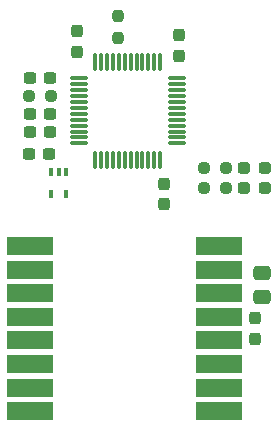
<source format=gtp>
G04 #@! TF.GenerationSoftware,KiCad,Pcbnew,9.0.3-9.0.3-0~ubuntu24.04.1*
G04 #@! TF.CreationDate,2025-08-01T09:32:50+02:00*
G04 #@! TF.ProjectId,PicoBalloon,5069636f-4261-46c6-9c6f-6f6e2e6b6963,rev?*
G04 #@! TF.SameCoordinates,Original*
G04 #@! TF.FileFunction,Paste,Top*
G04 #@! TF.FilePolarity,Positive*
%FSLAX46Y46*%
G04 Gerber Fmt 4.6, Leading zero omitted, Abs format (unit mm)*
G04 Created by KiCad (PCBNEW 9.0.3-9.0.3-0~ubuntu24.04.1) date 2025-08-01 09:32:50*
%MOMM*%
%LPD*%
G01*
G04 APERTURE LIST*
G04 Aperture macros list*
%AMRoundRect*
0 Rectangle with rounded corners*
0 $1 Rounding radius*
0 $2 $3 $4 $5 $6 $7 $8 $9 X,Y pos of 4 corners*
0 Add a 4 corners polygon primitive as box body*
4,1,4,$2,$3,$4,$5,$6,$7,$8,$9,$2,$3,0*
0 Add four circle primitives for the rounded corners*
1,1,$1+$1,$2,$3*
1,1,$1+$1,$4,$5*
1,1,$1+$1,$6,$7*
1,1,$1+$1,$8,$9*
0 Add four rect primitives between the rounded corners*
20,1,$1+$1,$2,$3,$4,$5,0*
20,1,$1+$1,$4,$5,$6,$7,0*
20,1,$1+$1,$6,$7,$8,$9,0*
20,1,$1+$1,$8,$9,$2,$3,0*%
G04 Aperture macros list end*
%ADD10RoundRect,0.237500X-0.300000X-0.237500X0.300000X-0.237500X0.300000X0.237500X-0.300000X0.237500X0*%
%ADD11RoundRect,0.237500X0.237500X-0.300000X0.237500X0.300000X-0.237500X0.300000X-0.237500X-0.300000X0*%
%ADD12RoundRect,0.075000X-0.662500X-0.075000X0.662500X-0.075000X0.662500X0.075000X-0.662500X0.075000X0*%
%ADD13RoundRect,0.075000X-0.075000X-0.662500X0.075000X-0.662500X0.075000X0.662500X-0.075000X0.662500X0*%
%ADD14RoundRect,0.237500X-0.287500X-0.237500X0.287500X-0.237500X0.287500X0.237500X-0.287500X0.237500X0*%
%ADD15RoundRect,0.237500X-0.237500X0.300000X-0.237500X-0.300000X0.237500X-0.300000X0.237500X0.300000X0*%
%ADD16RoundRect,0.237500X-0.250000X-0.237500X0.250000X-0.237500X0.250000X0.237500X-0.250000X0.237500X0*%
%ADD17RoundRect,0.250000X0.475000X-0.337500X0.475000X0.337500X-0.475000X0.337500X-0.475000X-0.337500X0*%
%ADD18RoundRect,0.237500X0.250000X0.237500X-0.250000X0.237500X-0.250000X-0.237500X0.250000X-0.237500X0*%
%ADD19RoundRect,0.237500X0.237500X-0.250000X0.237500X0.250000X-0.237500X0.250000X-0.237500X-0.250000X0*%
%ADD20R,4.000000X1.600000*%
%ADD21RoundRect,0.100000X-0.100000X0.225000X-0.100000X-0.225000X0.100000X-0.225000X0.100000X0.225000X0*%
G04 APERTURE END LIST*
D10*
G04 #@! TO.C,C7*
X141988500Y-99572500D03*
X143713500Y-99572500D03*
G04 #@! TD*
D11*
G04 #@! TO.C,C3*
X161014000Y-118621000D03*
X161014000Y-116896000D03*
G04 #@! TD*
G04 #@! TO.C,C8*
X153300000Y-107262500D03*
X153300000Y-105537500D03*
G04 #@! TD*
D12*
G04 #@! TO.C,U4*
X146087500Y-96587500D03*
X146087500Y-97087500D03*
X146087500Y-97587500D03*
X146087500Y-98087500D03*
X146087500Y-98587500D03*
X146087500Y-99087500D03*
X146087500Y-99587500D03*
X146087500Y-100087500D03*
X146087500Y-100587500D03*
X146087500Y-101087500D03*
X146087500Y-101587500D03*
X146087500Y-102087500D03*
D13*
X147500000Y-103500000D03*
X148000000Y-103500000D03*
X148500000Y-103500000D03*
X149000000Y-103500000D03*
X149500000Y-103500000D03*
X150000000Y-103500000D03*
X150500000Y-103500000D03*
X151000000Y-103500000D03*
X151500000Y-103500000D03*
X152000000Y-103500000D03*
X152500000Y-103500000D03*
X153000000Y-103500000D03*
D12*
X154412500Y-102087500D03*
X154412500Y-101587500D03*
X154412500Y-101087500D03*
X154412500Y-100587500D03*
X154412500Y-100087500D03*
X154412500Y-99587500D03*
X154412500Y-99087500D03*
X154412500Y-98587500D03*
X154412500Y-98087500D03*
X154412500Y-97587500D03*
X154412500Y-97087500D03*
X154412500Y-96587500D03*
D13*
X153000000Y-95175000D03*
X152500000Y-95175000D03*
X152000000Y-95175000D03*
X151500000Y-95175000D03*
X151000000Y-95175000D03*
X150500000Y-95175000D03*
X150000000Y-95175000D03*
X149500000Y-95175000D03*
X149000000Y-95175000D03*
X148500000Y-95175000D03*
X148000000Y-95175000D03*
X147500000Y-95175000D03*
G04 #@! TD*
D14*
G04 #@! TO.C,D1*
X160118950Y-105851736D03*
X161868950Y-105851736D03*
G04 #@! TD*
D10*
G04 #@! TO.C,C12*
X141962000Y-96524500D03*
X143687000Y-96524500D03*
G04 #@! TD*
G04 #@! TO.C,C6*
X141902379Y-103031655D03*
X143627379Y-103031655D03*
G04 #@! TD*
D15*
G04 #@! TO.C,C9*
X145999500Y-92614000D03*
X145999500Y-94339000D03*
G04 #@! TD*
D16*
G04 #@! TO.C,R6*
X141912000Y-98048500D03*
X143737000Y-98048500D03*
G04 #@! TD*
D14*
G04 #@! TO.C,D2*
X160132950Y-104200736D03*
X161882950Y-104200736D03*
G04 #@! TD*
D15*
G04 #@! TO.C,C11*
X154600000Y-92937500D03*
X154600000Y-94662500D03*
G04 #@! TD*
D17*
G04 #@! TO.C,C4*
X161600000Y-115137500D03*
X161600000Y-113062500D03*
G04 #@! TD*
D18*
G04 #@! TO.C,R4*
X158563450Y-104200736D03*
X156738450Y-104200736D03*
G04 #@! TD*
D19*
G04 #@! TO.C,R5*
X149428500Y-93142500D03*
X149428500Y-91317500D03*
G04 #@! TD*
D18*
G04 #@! TO.C,R3*
X158563450Y-105851736D03*
X156738450Y-105851736D03*
G04 #@! TD*
D10*
G04 #@! TO.C,C10*
X141988500Y-101096500D03*
X143713500Y-101096500D03*
G04 #@! TD*
D20*
G04 #@! TO.C,MOD1*
X142000000Y-110774000D03*
X142000000Y-112774000D03*
X142000000Y-114774000D03*
X142000000Y-116774000D03*
X142000000Y-118774000D03*
X142000000Y-120774000D03*
X142000000Y-122774000D03*
X142000000Y-124774000D03*
X158000000Y-124774000D03*
X158000000Y-122774000D03*
X158000000Y-120774000D03*
X158000000Y-118774000D03*
X158000000Y-116774000D03*
X158000000Y-114774000D03*
X158000000Y-112774000D03*
X158000000Y-110774000D03*
G04 #@! TD*
D21*
G04 #@! TO.C,U3*
X145065879Y-104494655D03*
X144415879Y-104494655D03*
X143765879Y-104494655D03*
X143765879Y-106394655D03*
X145065879Y-106394655D03*
G04 #@! TD*
M02*

</source>
